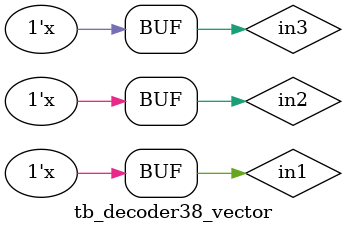
<source format=v>
module tb_decoder38_vector();
    
    
    // decoder38_vector Inputs
    reg   in1 = 1'b1 ;
    reg   in2 = 1'b1 ;
    reg   in3 = 1'b1 ;
    
    // decoder38_vector Outputs
    wire  [7:0]  outa                          ;
    
    
    decoder38_vector  u_decoder38_vector (
    .in1                     (in1),
    .in2                     (in2),
    .in3                     (in3),
    
    .outa                    (outa  [7:0])
    );
    
    always begin
        #5 {in3, in2, in1} = {in3, in2, in1} - 1;
    end
    
endmodule
    

</source>
